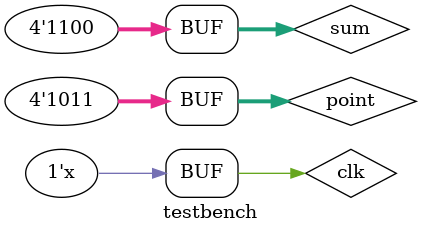
<source format=v>
`timescale 1ns/1ps

module testbench();
    reg [3:0] sum, point;
    reg clk;
    wire [1:0] state;

    TestLogic uut(clk, sum, state, reset, point);

    always  begin
        #10 clk = ~clk;
    end

    initial begin
        clk = 0;
        sum = 4'b0010;

        #20 sum = 4'b0011;
        #20 point = sum; sum = 4'b0100;
        #20 point = sum; sum = 4'b0101;
        #20 point = sum; sum = 4'b0111;
        #20 point = sum; sum = 4'b1000;
        #20 point = sum; sum = 4'b1001;
        #20 point = sum; sum = 4'b1010;
        #20 point = sum; sum = 4'b1010;
        #20 point = sum; sum = 4'b1011;
        #20 point = sum; sum = 4'b1100;

    end
endmodule
</source>
